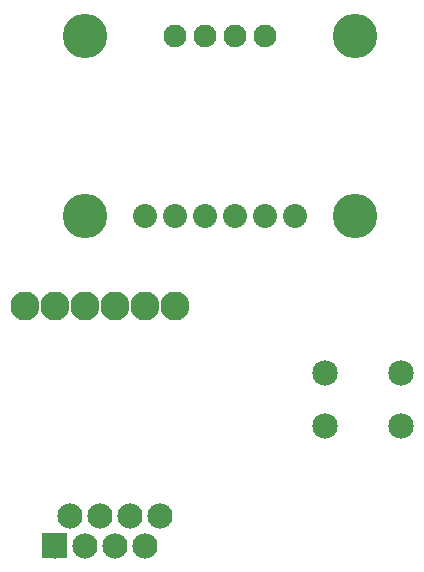
<source format=gts>
G04 MADE WITH FRITZING*
G04 WWW.FRITZING.ORG*
G04 DOUBLE SIDED*
G04 HOLES PLATED*
G04 CONTOUR ON CENTER OF CONTOUR VECTOR*
%ASAXBY*%
%FSLAX23Y23*%
%MOIN*%
%OFA0B0*%
%SFA1.0B1.0*%
%ADD10C,0.097194*%
%ADD11C,0.148425*%
%ADD12C,0.080000*%
%ADD13C,0.076000*%
%ADD14C,0.085000*%
%ADD15C,0.084000*%
%ADD16R,0.001000X0.001000*%
%LNMASK1*%
G90*
G70*
G54D10*
X155Y927D03*
X255Y927D03*
X355Y927D03*
X455Y927D03*
X555Y927D03*
X655Y927D03*
G54D11*
X355Y1227D03*
X355Y1827D03*
G54D12*
X1055Y1227D03*
X955Y1227D03*
X855Y1227D03*
X755Y1227D03*
X655Y1227D03*
X555Y1227D03*
G54D11*
X1255Y1227D03*
G54D13*
X955Y1827D03*
G54D11*
X1255Y1827D03*
G54D13*
X855Y1827D03*
X755Y1827D03*
X655Y1827D03*
G54D14*
X1411Y527D03*
X1155Y527D03*
X1411Y704D03*
X1155Y704D03*
G54D15*
X605Y227D03*
X555Y127D03*
X505Y227D03*
X405Y227D03*
X305Y227D03*
X455Y127D03*
X355Y127D03*
X255Y127D03*
G54D16*
X214Y168D02*
X297Y168D01*
X214Y167D02*
X297Y167D01*
X214Y166D02*
X297Y166D01*
X214Y165D02*
X297Y165D01*
X214Y164D02*
X297Y164D01*
X214Y163D02*
X297Y163D01*
X214Y162D02*
X297Y162D01*
X214Y161D02*
X297Y161D01*
X214Y160D02*
X297Y160D01*
X214Y159D02*
X297Y159D01*
X214Y158D02*
X297Y158D01*
X214Y157D02*
X297Y157D01*
X214Y156D02*
X297Y156D01*
X214Y155D02*
X297Y155D01*
X214Y154D02*
X297Y154D01*
X214Y153D02*
X297Y153D01*
X214Y152D02*
X297Y152D01*
X214Y151D02*
X297Y151D01*
X214Y150D02*
X297Y150D01*
X214Y149D02*
X297Y149D01*
X214Y148D02*
X297Y148D01*
X214Y147D02*
X297Y147D01*
X214Y146D02*
X297Y146D01*
X214Y145D02*
X297Y145D01*
X214Y144D02*
X297Y144D01*
X214Y143D02*
X297Y143D01*
X214Y142D02*
X297Y142D01*
X214Y141D02*
X250Y141D01*
X260Y141D02*
X297Y141D01*
X214Y140D02*
X248Y140D01*
X263Y140D02*
X297Y140D01*
X214Y139D02*
X246Y139D01*
X264Y139D02*
X297Y139D01*
X214Y138D02*
X245Y138D01*
X265Y138D02*
X297Y138D01*
X214Y137D02*
X244Y137D01*
X267Y137D02*
X297Y137D01*
X214Y136D02*
X243Y136D01*
X267Y136D02*
X297Y136D01*
X214Y135D02*
X242Y135D01*
X268Y135D02*
X297Y135D01*
X214Y134D02*
X242Y134D01*
X269Y134D02*
X297Y134D01*
X214Y133D02*
X241Y133D01*
X269Y133D02*
X297Y133D01*
X214Y132D02*
X241Y132D01*
X270Y132D02*
X297Y132D01*
X214Y131D02*
X241Y131D01*
X270Y131D02*
X297Y131D01*
X214Y130D02*
X240Y130D01*
X270Y130D02*
X297Y130D01*
X214Y129D02*
X240Y129D01*
X270Y129D02*
X297Y129D01*
X214Y128D02*
X240Y128D01*
X270Y128D02*
X297Y128D01*
X214Y127D02*
X240Y127D01*
X270Y127D02*
X297Y127D01*
X214Y126D02*
X240Y126D01*
X270Y126D02*
X297Y126D01*
X214Y125D02*
X240Y125D01*
X270Y125D02*
X297Y125D01*
X214Y124D02*
X240Y124D01*
X270Y124D02*
X297Y124D01*
X214Y123D02*
X241Y123D01*
X270Y123D02*
X297Y123D01*
X214Y122D02*
X241Y122D01*
X270Y122D02*
X297Y122D01*
X214Y121D02*
X241Y121D01*
X269Y121D02*
X297Y121D01*
X214Y120D02*
X242Y120D01*
X269Y120D02*
X297Y120D01*
X214Y119D02*
X242Y119D01*
X268Y119D02*
X297Y119D01*
X214Y118D02*
X243Y118D01*
X267Y118D02*
X297Y118D01*
X214Y117D02*
X244Y117D01*
X267Y117D02*
X297Y117D01*
X214Y116D02*
X245Y116D01*
X265Y116D02*
X297Y116D01*
X214Y115D02*
X246Y115D01*
X264Y115D02*
X297Y115D01*
X214Y114D02*
X248Y114D01*
X263Y114D02*
X297Y114D01*
X214Y113D02*
X250Y113D01*
X260Y113D02*
X297Y113D01*
X214Y112D02*
X297Y112D01*
X214Y111D02*
X297Y111D01*
X214Y110D02*
X297Y110D01*
X214Y109D02*
X297Y109D01*
X214Y108D02*
X297Y108D01*
X214Y107D02*
X297Y107D01*
X214Y106D02*
X297Y106D01*
X214Y105D02*
X297Y105D01*
X214Y104D02*
X297Y104D01*
X214Y103D02*
X297Y103D01*
X214Y102D02*
X297Y102D01*
X214Y101D02*
X297Y101D01*
X214Y100D02*
X297Y100D01*
X214Y99D02*
X297Y99D01*
X214Y98D02*
X297Y98D01*
X214Y97D02*
X297Y97D01*
X214Y96D02*
X297Y96D01*
X214Y95D02*
X297Y95D01*
X214Y94D02*
X297Y94D01*
X214Y93D02*
X297Y93D01*
X214Y92D02*
X297Y92D01*
X214Y91D02*
X297Y91D01*
X214Y90D02*
X297Y90D01*
X214Y89D02*
X297Y89D01*
X214Y88D02*
X297Y88D01*
X214Y87D02*
X297Y87D01*
X214Y86D02*
X297Y86D01*
D02*
G04 End of Mask1*
M02*
</source>
